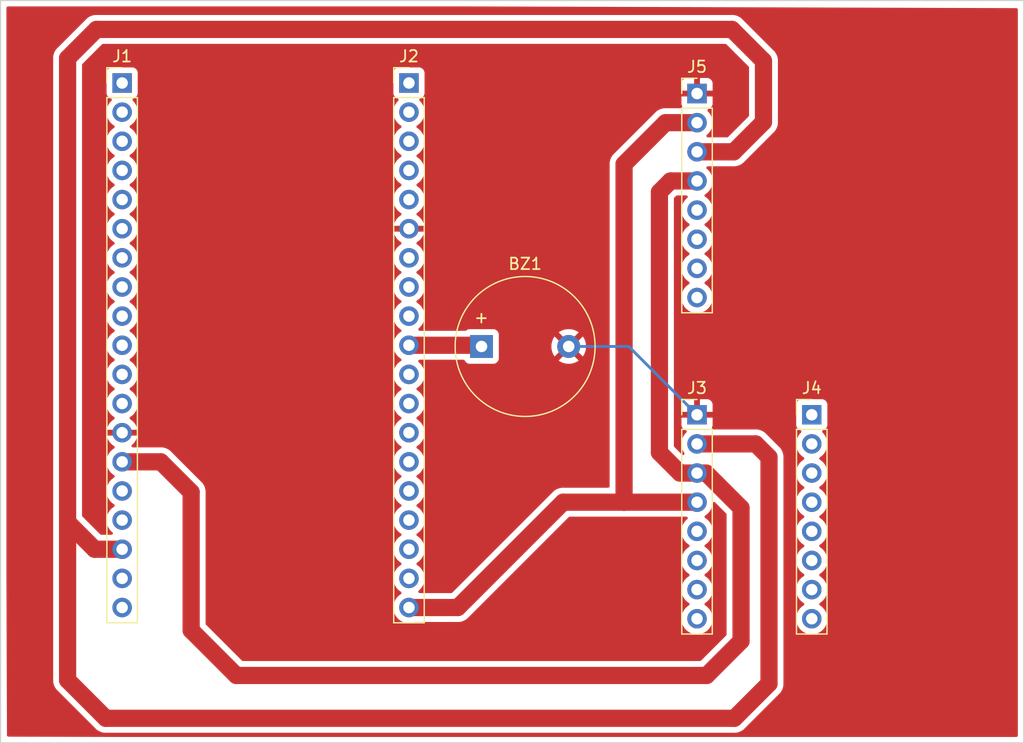
<source format=kicad_pcb>
(kicad_pcb (version 20211014) (generator pcbnew)
  (layers (0 "F.Cu" signal) (31 "B.Cu" signal) (34 "B.Paste" user) (35 "F.Paste" user) (36 "B.SilkS" user "B.Silkscreen") (37 "F.SilkS" user "F.Silkscreen") (38 "B.Mask" user) (39 "F.Mask" user) (44 "Edge.Cuts" user))
  (net 0 "")
  (net 1 "Net-(BZ1-Pad1)")
  (net 2 "Earth")
  (net 15 "Net-(J1-Pad14)")
  (net 18 "Net-(J1-Pad17)")
  (net 36 "VCC")
  (footprint "Connector_PinHeader_2.54mm:PinHeader_1x08_P2.54mm_Vertical" (layer "F.Cu") (at 91.1098 51.9176)
    (fp_text reference "J5" (at 0 -2.33) (layer "F.SilkS"))
    (fp_text value "Conn_01x08_Female")
    (fp_line (start -1.33 1.27) (end 1.33 1.27) (layer "F.SilkS") (width 0.12))
    (fp_line (start -1.33 1.27) (end -1.33 19.11) (layer "F.SilkS") (width 0.12))
    (fp_line (start -1.33 19.11) (end 1.33 19.11) (layer "F.SilkS") (width 0.12))
    (fp_line (start 1.33 1.27) (end 1.33 19.11) (layer "F.SilkS") (width 0.12))
    (fp_line (start -1.33 -1.33) (end 0 -1.33) (layer "F.SilkS") (width 0.12))
    (fp_line (start -1.33 0) (end -1.33 -1.33) (layer "F.SilkS") (width 0.12))
    (pad "1" thru_hole rect (at 0 0) (size 1.7 1.7) (drill 1) (layers *.Cu *.Mask) (net 2 "Earth"))
    (pad "2" thru_hole oval (at 0 2.54) (size 1.7 1.7) (drill 1) (layers *.Cu *.Mask) (net 36 "VCC"))
    (pad "3" thru_hole oval (at 0 5.08) (size 1.7 1.7) (drill 1) (layers *.Cu *.Mask) (net 18 "Net-(J1-Pad17)"))
    (pad "4" thru_hole oval (at 0 7.62) (size 1.7 1.7) (drill 1) (layers *.Cu *.Mask) (net 15 "Net-(J1-Pad14)"))
    (pad "5" thru_hole oval (at 0 10.16) (size 1.7 1.7) (drill 1) (layers *.Cu *.Mask))
    (pad "6" thru_hole oval (at 0 12.7) (size 1.7 1.7) (drill 1) (layers *.Cu *.Mask))
    (pad "7" thru_hole oval (at 0 15.24) (size 1.7 1.7) (drill 1) (layers *.Cu *.Mask))
    (pad "8" thru_hole oval (at 0 17.78) (size 1.7 1.7) (drill 1) (layers *.Cu *.Mask))
  )
  (footprint "Buzzer_Beeper:Buzzer_12x9.5RM7.6" (layer "F.Cu") (at 72.3238 73.9648)
    (fp_text reference "BZ1" (at 3.8 -7.2) (layer "F.SilkS"))
    (fp_text value "Buzzer")
    (fp_text user "+" (at -0.01 -2.54) (layer "F.SilkS"))
    (fp_circle (center 3.8 0) (end 9.9 0) (layer "F.SilkS") (width 0.12) (fill none))
    (pad "1" thru_hole rect (at 0 0) (size 2 2) (drill 1) (layers *.Cu *.Mask) (net 1 "Net-(BZ1-Pad1)"))
    (pad "2" thru_hole circle (at 7.6 0) (size 2 2) (drill 1) (layers *.Cu *.Mask) (net 2 "Earth"))
  )
  (footprint "Connector_PinHeader_2.54mm:PinHeader_1x08_P2.54mm_Vertical" (layer "F.Cu") (at 91.1098 79.9176)
    (fp_text reference "J3" (at 0 -2.33) (layer "F.SilkS"))
    (fp_text value "Conn_01x08_Female")
    (fp_line (start -1.33 1.27) (end 1.33 1.27) (layer "F.SilkS") (width 0.12))
    (fp_line (start -1.33 1.27) (end -1.33 19.11) (layer "F.SilkS") (width 0.12))
    (fp_line (start -1.33 -1.33) (end 0 -1.33) (layer "F.SilkS") (width 0.12))
    (fp_line (start -1.33 19.11) (end 1.33 19.11) (layer "F.SilkS") (width 0.12))
    (fp_line (start -1.33 0) (end -1.33 -1.33) (layer "F.SilkS") (width 0.12))
    (fp_line (start 1.33 1.27) (end 1.33 19.11) (layer "F.SilkS") (width 0.12))
    (pad "1" thru_hole rect (at 0 0) (size 1.7 1.7) (drill 1) (layers *.Cu *.Mask) (net 2 "Earth"))
    (pad "2" thru_hole oval (at 0 2.54) (size 1.7 1.7) (drill 1) (layers *.Cu *.Mask) (net 18 "Net-(J1-Pad17)"))
    (pad "3" thru_hole oval (at 0 5.08) (size 1.7 1.7) (drill 1) (layers *.Cu *.Mask) (net 15 "Net-(J1-Pad14)"))
    (pad "4" thru_hole oval (at 0 7.62) (size 1.7 1.7) (drill 1) (layers *.Cu *.Mask) (net 36 "VCC"))
    (pad "5" thru_hole oval (at 0 10.16) (size 1.7 1.7) (drill 1) (layers *.Cu *.Mask))
    (pad "6" thru_hole oval (at 0 12.7) (size 1.7 1.7) (drill 1) (layers *.Cu *.Mask))
    (pad "7" thru_hole oval (at 0 15.24) (size 1.7 1.7) (drill 1) (layers *.Cu *.Mask))
    (pad "8" thru_hole oval (at 0 17.78) (size 1.7 1.7) (drill 1) (layers *.Cu *.Mask))
  )
  (footprint "Connector_PinHeader_2.54mm:PinHeader_1x19_P2.54mm_Vertical" (layer "F.Cu") (at 66 51)
    (fp_text reference "J2" (at 0 -2.33) (layer "F.SilkS"))
    (fp_text value "Conn_01x19_Female")
    (fp_line (start -1.33 0) (end -1.33 -1.33) (layer "F.SilkS") (width 0.12))
    (fp_line (start -1.33 1.27) (end -1.33 47.05) (layer "F.SilkS") (width 0.12))
    (fp_line (start -1.33 -1.33) (end 0 -1.33) (layer "F.SilkS") (width 0.12))
    (fp_line (start -1.33 1.27) (end 1.33 1.27) (layer "F.SilkS") (width 0.12))
    (fp_line (start 1.33 1.27) (end 1.33 47.05) (layer "F.SilkS") (width 0.12))
    (fp_line (start -1.33 47.05) (end 1.33 47.05) (layer "F.SilkS") (width 0.12))
    (pad "1" thru_hole rect (at 0 0) (size 1.7 1.7) (drill 1) (layers *.Cu *.Mask))
    (pad "2" thru_hole oval (at 0 2.54) (size 1.7 1.7) (drill 1) (layers *.Cu *.Mask))
    (pad "3" thru_hole oval (at 0 5.08) (size 1.7 1.7) (drill 1) (layers *.Cu *.Mask))
    (pad "4" thru_hole oval (at 0 7.62) (size 1.7 1.7) (drill 1) (layers *.Cu *.Mask))
    (pad "5" thru_hole oval (at 0 10.16) (size 1.7 1.7) (drill 1) (layers *.Cu *.Mask))
    (pad "6" thru_hole oval (at 0 12.7) (size 1.7 1.7) (drill 1) (layers *.Cu *.Mask) (net 2 "Earth"))
    (pad "7" thru_hole oval (at 0 15.24) (size 1.7 1.7) (drill 1) (layers *.Cu *.Mask))
    (pad "8" thru_hole oval (at 0 17.78) (size 1.7 1.7) (drill 1) (layers *.Cu *.Mask))
    (pad "9" thru_hole oval (at 0 20.32) (size 1.7 1.7) (drill 1) (layers *.Cu *.Mask))
    (pad "10" thru_hole oval (at 0 22.86) (size 1.7 1.7) (drill 1) (layers *.Cu *.Mask) (net 1 "Net-(BZ1-Pad1)"))
    (pad "11" thru_hole oval (at 0 25.4) (size 1.7 1.7) (drill 1) (layers *.Cu *.Mask))
    (pad "12" thru_hole oval (at 0 27.94) (size 1.7 1.7) (drill 1) (layers *.Cu *.Mask))
    (pad "13" thru_hole oval (at 0 30.48) (size 1.7 1.7) (drill 1) (layers *.Cu *.Mask))
    (pad "14" thru_hole oval (at 0 33.02) (size 1.7 1.7) (drill 1) (layers *.Cu *.Mask))
    (pad "15" thru_hole oval (at 0 35.56) (size 1.7 1.7) (drill 1) (layers *.Cu *.Mask))
    (pad "16" thru_hole oval (at 0 38.1) (size 1.7 1.7) (drill 1) (layers *.Cu *.Mask))
    (pad "17" thru_hole oval (at 0 40.64) (size 1.7 1.7) (drill 1) (layers *.Cu *.Mask))
    (pad "18" thru_hole oval (at 0 43.18) (size 1.7 1.7) (drill 1) (layers *.Cu *.Mask))
    (pad "19" thru_hole oval (at 0 45.72) (size 1.7 1.7) (drill 1) (layers *.Cu *.Mask) (net 36 "VCC"))
  )
  (footprint "Connector_PinHeader_2.54mm:PinHeader_1x08_P2.54mm_Vertical" (layer "F.Cu") (at 101.1098 79.9176)
    (fp_text reference "J4" (at 0 -2.33) (layer "F.SilkS"))
    (fp_text value "Conn_01x08_Female")
    (fp_line (start -1.33 0) (end -1.33 -1.33) (layer "F.SilkS") (width 0.12))
    (fp_line (start -1.33 1.27) (end -1.33 19.11) (layer "F.SilkS") (width 0.12))
    (fp_line (start -1.33 1.27) (end 1.33 1.27) (layer "F.SilkS") (width 0.12))
    (fp_line (start -1.33 -1.33) (end 0 -1.33) (layer "F.SilkS") (width 0.12))
    (fp_line (start 1.33 1.27) (end 1.33 19.11) (layer "F.SilkS") (width 0.12))
    (fp_line (start -1.33 19.11) (end 1.33 19.11) (layer "F.SilkS") (width 0.12))
    (pad "1" thru_hole rect (at 0 0) (size 1.7 1.7) (drill 1) (layers *.Cu *.Mask))
    (pad "2" thru_hole oval (at 0 2.54) (size 1.7 1.7) (drill 1) (layers *.Cu *.Mask))
    (pad "3" thru_hole oval (at 0 5.08) (size 1.7 1.7) (drill 1) (layers *.Cu *.Mask))
    (pad "4" thru_hole oval (at 0 7.62) (size 1.7 1.7) (drill 1) (layers *.Cu *.Mask))
    (pad "5" thru_hole oval (at 0 10.16) (size 1.7 1.7) (drill 1) (layers *.Cu *.Mask))
    (pad "6" thru_hole oval (at 0 12.7) (size 1.7 1.7) (drill 1) (layers *.Cu *.Mask))
    (pad "7" thru_hole oval (at 0 15.24) (size 1.7 1.7) (drill 1) (layers *.Cu *.Mask))
    (pad "8" thru_hole oval (at 0 17.78) (size 1.7 1.7) (drill 1) (layers *.Cu *.Mask))
  )
  (footprint "Connector_PinHeader_2.54mm:PinHeader_1x19_P2.54mm_Vertical" (layer "F.Cu") (at 41 51)
    (fp_text reference "J1" (at 0 -2.33) (layer "F.SilkS"))
    (fp_text value "Conn_01x19_Female")
    (fp_line (start -1.33 -1.33) (end 0 -1.33) (layer "F.SilkS") (width 0.12))
    (fp_line (start -1.33 0) (end -1.33 -1.33) (layer "F.SilkS") (width 0.12))
    (fp_line (start 1.33 1.27) (end 1.33 47.05) (layer "F.SilkS") (width 0.12))
    (fp_line (start -1.33 1.27) (end 1.33 1.27) (layer "F.SilkS") (width 0.12))
    (fp_line (start -1.33 1.27) (end -1.33 47.05) (layer "F.SilkS") (width 0.12))
    (fp_line (start -1.33 47.05) (end 1.33 47.05) (layer "F.SilkS") (width 0.12))
    (pad "1" thru_hole rect (at 0 0) (size 1.7 1.7) (drill 1) (layers *.Cu *.Mask))
    (pad "2" thru_hole oval (at 0 2.54) (size 1.7 1.7) (drill 1) (layers *.Cu *.Mask))
    (pad "3" thru_hole oval (at 0 5.08) (size 1.7 1.7) (drill 1) (layers *.Cu *.Mask))
    (pad "4" thru_hole oval (at 0 7.62) (size 1.7 1.7) (drill 1) (layers *.Cu *.Mask))
    (pad "5" thru_hole oval (at 0 10.16) (size 1.7 1.7) (drill 1) (layers *.Cu *.Mask))
    (pad "6" thru_hole oval (at 0 12.7) (size 1.7 1.7) (drill 1) (layers *.Cu *.Mask))
    (pad "7" thru_hole oval (at 0 15.24) (size 1.7 1.7) (drill 1) (layers *.Cu *.Mask))
    (pad "8" thru_hole oval (at 0 17.78) (size 1.7 1.7) (drill 1) (layers *.Cu *.Mask))
    (pad "9" thru_hole oval (at 0 20.32) (size 1.7 1.7) (drill 1) (layers *.Cu *.Mask))
    (pad "10" thru_hole oval (at 0 22.86) (size 1.7 1.7) (drill 1) (layers *.Cu *.Mask))
    (pad "11" thru_hole oval (at 0 25.4) (size 1.7 1.7) (drill 1) (layers *.Cu *.Mask))
    (pad "12" thru_hole oval (at 0 27.94) (size 1.7 1.7) (drill 1) (layers *.Cu *.Mask))
    (pad "13" thru_hole oval (at 0 30.48) (size 1.7 1.7) (drill 1) (layers *.Cu *.Mask) (net 2 "Earth"))
    (pad "14" thru_hole oval (at 0 33.02) (size 1.7 1.7) (drill 1) (layers *.Cu *.Mask) (net 15 "Net-(J1-Pad14)"))
    (pad "15" thru_hole oval (at 0 35.56) (size 1.7 1.7) (drill 1) (layers *.Cu *.Mask))
    (pad "16" thru_hole oval (at 0 38.1) (size 1.7 1.7) (drill 1) (layers *.Cu *.Mask))
    (pad "17" thru_hole oval (at 0 40.64) (size 1.7 1.7) (drill 1) (layers *.Cu *.Mask) (net 18 "Net-(J1-Pad17)"))
    (pad "18" thru_hole oval (at 0 43.18) (size 1.7 1.7) (drill 1) (layers *.Cu *.Mask))
    (pad "19" thru_hole oval (at 0 45.72) (size 1.7 1.7) (drill 1) (layers *.Cu *.Mask))
  )
  (gr_rect (start 30.4038 43.815) (end 119.5832 108.5088) (layer "Edge.Cuts") (width 0.1) (fill none))
  (segment (start 72.219 73.86) (end 72.3238 73.9648) (width 0.25) (layer "F.Cu") (net 1))
  (segment (start 66 73.86) (end 72.219 73.86) (width 1.5) (layer "F.Cu") (net 1))
  (segment (start 79.9238 73.9648) (end 85.157 73.9648) (width 0.25) (layer "B.Cu") (net 2))
  (segment (start 85.157 73.9648) (end 91.1098 79.9176) (width 0.25) (layer "B.Cu") (net 2))
  (segment (start 87.8332 83.2104) (end 89.6204 84.9976) (width 1.5) (layer "F.Cu") (net 15))
  (segment (start 47.0154 98.7044) (end 50.9524 102.6414) (width 1.5) (layer "F.Cu") (net 15))
  (segment (start 44.3706 84.02) (end 47.0154 86.6648) (width 1.5) (layer "F.Cu") (net 15))
  (segment (start 41 84.02) (end 44.3706 84.02) (width 1.5) (layer "F.Cu") (net 15))
  (segment (start 87.8332 60.5028) (end 87.8332 83.2104) (width 1.5) (layer "F.Cu") (net 15))
  (segment (start 94.9452 88.0364) (end 91.9064 84.9976) (width 1.5) (layer "F.Cu") (net 15))
  (segment (start 89.6204 84.9976) (end 91.1098 84.9976) (width 1.5) (layer "F.Cu") (net 15))
  (segment (start 94.9452 99.6442) (end 94.9452 88.0364) (width 1.5) (layer "F.Cu") (net 15))
  (segment (start 88.7984 59.5376) (end 87.8332 60.5028) (width 1.5) (layer "F.Cu") (net 15))
  (segment (start 91.9064 84.9976) (end 91.1098 84.9976) (width 1.5) (layer "F.Cu") (net 15))
  (segment (start 50.9524 102.6414) (end 91.948 102.6414) (width 1.5) (layer "F.Cu") (net 15))
  (segment (start 47.0154 86.6648) (end 47.0154 98.7044) (width 1.5) (layer "F.Cu") (net 15))
  (segment (start 91.1098 59.5376) (end 88.7984 59.5376) (width 1.5) (layer "F.Cu") (net 15))
  (segment (start 91.948 102.6414) (end 94.9452 99.6442) (width 1.5) (layer "F.Cu") (net 15))
  (segment (start 96.901 49.0728) (end 94.1578 46.3296) (width 1.5) (layer "F.Cu") (net 18))
  (segment (start 94.3102 56.9976) (end 96.901 54.4068) (width 1.5) (layer "F.Cu") (net 18))
  (segment (start 91.1098 82.4576) (end 96.2244 82.4576) (width 1.5) (layer "F.Cu") (net 18))
  (segment (start 36.2458 89.281) (end 38.6048 91.64) (width 1.5) (layer "F.Cu") (net 18))
  (segment (start 97.3836 83.6168) (end 97.3836 103.3526) (width 1.5) (layer "F.Cu") (net 18))
  (segment (start 91.1098 56.9976) (end 94.3102 56.9976) (width 1.5) (layer "F.Cu") (net 18))
  (segment (start 94.1578 46.3296) (end 38.7604 46.3296) (width 1.5) (layer "F.Cu") (net 18))
  (segment (start 94.361 106.3752) (end 39.5732 106.3752) (width 1.5) (layer "F.Cu") (net 18))
  (segment (start 36.2458 103.0478) (end 36.2458 89.281) (width 1.5) (layer "F.Cu") (net 18))
  (segment (start 39.5732 106.3752) (end 36.2458 103.0478) (width 1.5) (layer "F.Cu") (net 18))
  (segment (start 38.6048 91.64) (end 41 91.64) (width 1.5) (layer "F.Cu") (net 18))
  (segment (start 38.7604 46.3296) (end 36.2458 48.8442) (width 1.5) (layer "F.Cu") (net 18))
  (segment (start 36.2458 48.8442) (end 36.2458 89.281) (width 1.5) (layer "F.Cu") (net 18))
  (segment (start 96.2244 82.4576) (end 97.3836 83.6168) (width 1.5) (layer "F.Cu") (net 18))
  (segment (start 96.901 54.4068) (end 96.901 49.0728) (width 1.5) (layer "F.Cu") (net 18))
  (segment (start 97.3836 103.3526) (end 94.361 106.3752) (width 1.5) (layer "F.Cu") (net 18))
  (segment (start 66 96.72) (end 70.2596 96.72) (width 1.5) (layer "F.Cu") (net 36))
  (segment (start 79.442 87.5376) (end 84.7506 87.5376) (width 1.5) (layer "F.Cu") (net 36))
  (segment (start 84.7506 58.0736) (end 84.7506 87.5376) (width 1.5) (layer "F.Cu") (net 36))
  (segment (start 84.7506 87.5376) (end 91.1098 87.5376) (width 1.5) (layer "F.Cu") (net 36))
  (segment (start 88.3666 54.4576) (end 84.7506 58.0736) (width 1.5) (layer "F.Cu") (net 36))
  (segment (start 91.1098 54.4576) (end 88.3666 54.4576) (width 1.5) (layer "F.Cu") (net 36))
  (segment (start 70.2596 96.72) (end 79.442 87.5376) (width 1.5) (layer "F.Cu") (net 36))
  (zone (net 2) (net_name "Earth") (layer "F.Cu") (connect_pads (clearance 0.508)) (min_thickness 0.254) (fill yes (thermal_gap 0.508) (thermal_bridge_width 0.508))
    (polygon (pts (xy 119.126 44.4754) (xy 119.126 108.204) (xy 30.9626 107.9754) (xy 30.734 44.196)))
  )
)
</source>
